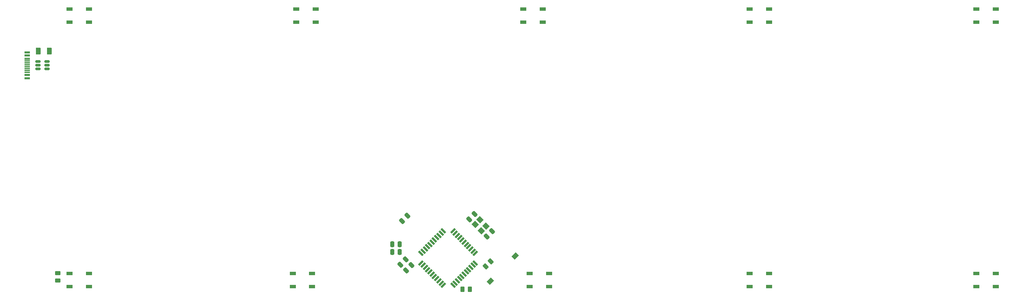
<source format=gbr>
%TF.GenerationSoftware,KiCad,Pcbnew,8.0.4*%
%TF.CreationDate,2024-10-16T20:42:44+03:00*%
%TF.ProjectId,4040,34303430-2e6b-4696-9361-645f70636258,rev?*%
%TF.SameCoordinates,Original*%
%TF.FileFunction,Paste,Bot*%
%TF.FilePolarity,Positive*%
%FSLAX46Y46*%
G04 Gerber Fmt 4.6, Leading zero omitted, Abs format (unit mm)*
G04 Created by KiCad (PCBNEW 8.0.4) date 2024-10-16 20:42:44*
%MOMM*%
%LPD*%
G01*
G04 APERTURE LIST*
G04 Aperture macros list*
%AMRoundRect*
0 Rectangle with rounded corners*
0 $1 Rounding radius*
0 $2 $3 $4 $5 $6 $7 $8 $9 X,Y pos of 4 corners*
0 Add a 4 corners polygon primitive as box body*
4,1,4,$2,$3,$4,$5,$6,$7,$8,$9,$2,$3,0*
0 Add four circle primitives for the rounded corners*
1,1,$1+$1,$2,$3*
1,1,$1+$1,$4,$5*
1,1,$1+$1,$6,$7*
1,1,$1+$1,$8,$9*
0 Add four rect primitives between the rounded corners*
20,1,$1+$1,$2,$3,$4,$5,0*
20,1,$1+$1,$4,$5,$6,$7,0*
20,1,$1+$1,$6,$7,$8,$9,0*
20,1,$1+$1,$8,$9,$2,$3,0*%
%AMRotRect*
0 Rectangle, with rotation*
0 The origin of the aperture is its center*
0 $1 length*
0 $2 width*
0 $3 Rotation angle, in degrees counterclockwise*
0 Add horizontal line*
21,1,$1,$2,0,0,$3*%
G04 Aperture macros list end*
%ADD10R,1.500000X0.900000*%
%ADD11RotRect,1.500000X0.550000X315.000000*%
%ADD12RotRect,1.500000X0.550000X225.000000*%
%ADD13RotRect,1.500000X1.100000X45.000000*%
%ADD14RoundRect,0.150000X-0.512500X-0.150000X0.512500X-0.150000X0.512500X0.150000X-0.512500X0.150000X0*%
%ADD15R,1.450000X0.600000*%
%ADD16R,1.450000X0.300000*%
%ADD17RoundRect,0.250000X-0.250000X-0.475000X0.250000X-0.475000X0.250000X0.475000X-0.250000X0.475000X0*%
%ADD18RoundRect,0.250000X0.159099X-0.512652X0.512652X-0.159099X-0.159099X0.512652X-0.512652X0.159099X0*%
%ADD19RoundRect,0.250000X0.375000X0.625000X-0.375000X0.625000X-0.375000X-0.625000X0.375000X-0.625000X0*%
%ADD20RoundRect,0.250000X0.132583X-0.503814X0.503814X-0.132583X-0.132583X0.503814X-0.503814X0.132583X0*%
%ADD21RoundRect,0.250000X-0.450000X0.262500X-0.450000X-0.262500X0.450000X-0.262500X0.450000X0.262500X0*%
%ADD22RoundRect,0.250000X0.262500X0.450000X-0.262500X0.450000X-0.262500X-0.450000X0.262500X-0.450000X0*%
%ADD23RotRect,1.400000X1.200000X135.000000*%
G04 APERTURE END LIST*
D10*
%TO.C,HL6*%
X303289800Y-78358000D03*
X303289800Y-75058000D03*
X308189800Y-75058000D03*
X308189800Y-78358000D03*
%TD*%
D11*
%TO.C,U2*%
X163295664Y-136669118D03*
X163861350Y-136103433D03*
X164427035Y-135537748D03*
X164992720Y-134972062D03*
X165558406Y-134406377D03*
X166124091Y-133840691D03*
X166689777Y-133275006D03*
X167255462Y-132709320D03*
X167821148Y-132143635D03*
X168386833Y-131577950D03*
X168952518Y-131012264D03*
D12*
X171356682Y-131012264D03*
X171922367Y-131577950D03*
X172488052Y-132143635D03*
X173053738Y-132709320D03*
X173619423Y-133275006D03*
X174185109Y-133840691D03*
X174750794Y-134406377D03*
X175316480Y-134972062D03*
X175882165Y-135537748D03*
X176447850Y-136103433D03*
X177013536Y-136669118D03*
D11*
X177013536Y-139073282D03*
X176447850Y-139638967D03*
X175882165Y-140204652D03*
X175316480Y-140770338D03*
X174750794Y-141336023D03*
X174185109Y-141901709D03*
X173619423Y-142467394D03*
X173053738Y-143033080D03*
X172488052Y-143598765D03*
X171922367Y-144164450D03*
X171356682Y-144730136D03*
D12*
X168952518Y-144730136D03*
X168386833Y-144164450D03*
X167821148Y-143598765D03*
X167255462Y-143033080D03*
X166689777Y-142467394D03*
X166124091Y-141901709D03*
X165558406Y-141336023D03*
X164992720Y-140770338D03*
X164427035Y-140204652D03*
X163861350Y-139638967D03*
X163295664Y-139073282D03*
%TD*%
D13*
%TO.C,SW1*%
X180777750Y-143656450D03*
X187071000Y-137363200D03*
%TD*%
D14*
%TO.C,U1*%
X66736800Y-90164998D03*
X66736800Y-89214999D03*
X66736800Y-88265000D03*
X69011800Y-88265000D03*
X69011800Y-89214999D03*
X69011800Y-90164998D03*
%TD*%
D10*
%TO.C,HL10*%
X74689800Y-78358000D03*
X74689800Y-75058000D03*
X79589800Y-75058000D03*
X79589800Y-78358000D03*
%TD*%
%TO.C,HL9*%
X131839800Y-78358000D03*
X131839800Y-75058000D03*
X136739800Y-75058000D03*
X136739800Y-78358000D03*
%TD*%
%TO.C,HL5*%
X308189800Y-141733000D03*
X308189800Y-145033000D03*
X303289800Y-145033000D03*
X303289800Y-141733000D03*
%TD*%
D15*
%TO.C,J1*%
X64039800Y-92505600D03*
X64039800Y-91705601D03*
D16*
X64039799Y-90505600D03*
X64039800Y-89505600D03*
X64039800Y-89005600D03*
X64039799Y-88005600D03*
D15*
X64039800Y-86805599D03*
X64039800Y-86005600D03*
X64039800Y-86005600D03*
X64039800Y-86805599D03*
D16*
X64039800Y-87505600D03*
X64039800Y-88505600D03*
X64039800Y-90005600D03*
X64039800Y-91005600D03*
D15*
X64039800Y-91705601D03*
X64039800Y-92505600D03*
%TD*%
D10*
%TO.C,HL4*%
X251039800Y-141733000D03*
X251039800Y-145033000D03*
X246139800Y-145033000D03*
X246139800Y-141733000D03*
%TD*%
D17*
%TO.C,C5*%
X156062602Y-136347200D03*
X157962600Y-136347200D03*
%TD*%
D18*
%TO.C,C7*%
X158498698Y-128546702D03*
X159842200Y-127203200D03*
%TD*%
D19*
%TO.C,F2*%
X69596000Y-85648800D03*
X66796000Y-85648800D03*
%TD*%
D18*
%TO.C,C1*%
X158117698Y-139544902D03*
X159461200Y-138201400D03*
%TD*%
%TO.C,C2*%
X159540098Y-140967302D03*
X160883600Y-139623800D03*
%TD*%
D10*
%TO.C,HL3*%
X195617000Y-141733000D03*
X195617000Y-145033000D03*
X190717000Y-145033000D03*
X190717000Y-141733000D03*
%TD*%
D18*
%TO.C,C3*%
X179848263Y-132446467D03*
X181191765Y-131102965D03*
%TD*%
D20*
%TO.C,R3*%
X179603400Y-139979400D03*
X180893870Y-138688930D03*
%TD*%
D17*
%TO.C,C6*%
X156062602Y-134366000D03*
X157962600Y-134366000D03*
%TD*%
D10*
%TO.C,HL2*%
X135864600Y-141733000D03*
X135864600Y-145033000D03*
X130964600Y-145033000D03*
X130964600Y-141733000D03*
%TD*%
D21*
%TO.C,R7*%
X71704200Y-141657700D03*
X71704200Y-143482700D03*
%TD*%
D10*
%TO.C,HL8*%
X189091400Y-78383400D03*
X189091400Y-75083400D03*
X193991400Y-75083400D03*
X193991400Y-78383400D03*
%TD*%
D22*
%TO.C,R4*%
X175588300Y-145669000D03*
X173763300Y-145669000D03*
%TD*%
D18*
%TO.C,C4*%
X175465898Y-128064102D03*
X176809400Y-126720600D03*
%TD*%
D23*
%TO.C,Y1*%
X178502498Y-130954471D03*
X176946863Y-129398836D03*
X178148944Y-128196755D03*
X179704579Y-129752390D03*
%TD*%
D10*
%TO.C,HL7*%
X246139800Y-78358000D03*
X246139800Y-75058000D03*
X251039800Y-75058000D03*
X251039800Y-78358000D03*
%TD*%
%TO.C,HL1*%
X79589800Y-141733000D03*
X79589800Y-145033000D03*
X74689800Y-145033000D03*
X74689800Y-141733000D03*
%TD*%
M02*

</source>
